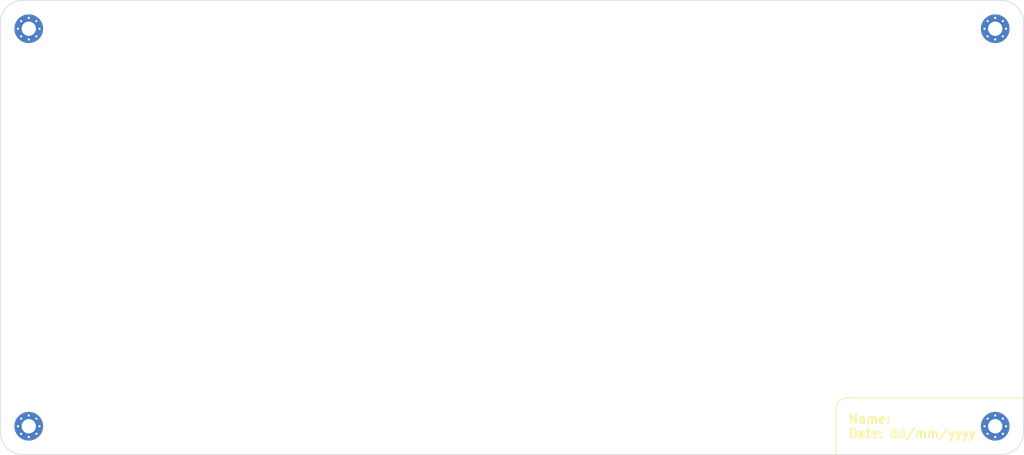
<source format=kicad_pcb>
(kicad_pcb (version 20211014) (generator pcbnew)
  (layers (0 "F.Cu" signal) (31 "B.Cu" signal) (34 "B.Paste" user) (35 "F.Paste" user) (36 "B.SilkS" user "B.Silkscreen") (37 "F.SilkS" user "F.Silkscreen") (38 "B.Mask" user) (39 "F.Mask" user) (44 "Edge.Cuts" user))
  (net 0 "")
  (footprint "MountingHole:MountingHole_3.2mm_M3_Pad_Via" (layer "F.Cu") (at 256.322102 27.722102)
    (fp_text reference "H2" hide)
    (fp_text value "Mount")
    (pad "1" thru_hole circle locked (at -2.4 0) (size 0.8 0.8) (drill 0.5) (layers F&B.Cu *.Mask))
    (pad "1" thru_hole circle locked (at 1.697056 -1.697056) (size 0.8 0.8) (drill 0.5) (layers F&B.Cu *.Mask))
    (pad "1" thru_hole circle locked (at 0 2.4) (size 0.8 0.8) (drill 0.5) (layers F&B.Cu *.Mask))
    (pad "1" thru_hole circle locked (at 0 0) (size 6.4 6.4) (drill 3.2) (layers F&B.Cu *.Mask))
    (pad "1" thru_hole circle locked (at 2.4 0) (size 0.8 0.8) (drill 0.5) (layers F&B.Cu *.Mask))
    (pad "1" thru_hole circle locked (at -1.697056 -1.697056) (size 0.8 0.8) (drill 0.5) (layers F&B.Cu *.Mask))
    (pad "1" thru_hole circle locked (at 0 -2.4) (size 0.8 0.8) (drill 0.5) (layers F&B.Cu *.Mask))
    (pad "1" thru_hole circle locked (at -1.697056 1.697056) (size 0.8 0.8) (drill 0.5) (layers F&B.Cu *.Mask))
    (pad "1" thru_hole circle locked (at 1.697056 1.697056) (size 0.8 0.8) (drill 0.5) (layers F&B.Cu *.Mask))
  )
  (footprint "MountingHole:MountingHole_3.2mm_M3_Pad_Via" (layer "F.Cu") (at 256.322102 116.622102)
    (fp_text reference "H4" hide)
    (fp_text value "Mount")
    (pad "1" thru_hole circle locked (at 0 -2.4) (size 0.8 0.8) (drill 0.5) (layers F&B.Cu *.Mask))
    (pad "1" thru_hole circle locked (at 0 2.4) (size 0.8 0.8) (drill 0.5) (layers F&B.Cu *.Mask))
    (pad "1" thru_hole circle locked (at -1.697056 -1.697056) (size 0.8 0.8) (drill 0.5) (layers F&B.Cu *.Mask))
    (pad "1" thru_hole circle locked (at -2.4 0) (size 0.8 0.8) (drill 0.5) (layers F&B.Cu *.Mask))
    (pad "1" thru_hole circle locked (at 1.697056 -1.697056) (size 0.8 0.8) (drill 0.5) (layers F&B.Cu *.Mask))
    (pad "1" thru_hole circle locked (at -1.697056 1.697056) (size 0.8 0.8) (drill 0.5) (layers F&B.Cu *.Mask))
    (pad "1" thru_hole circle locked (at 0 0) (size 6.4 6.4) (drill 3.2) (layers F&B.Cu *.Mask))
    (pad "1" thru_hole circle locked (at 1.697056 1.697056) (size 0.8 0.8) (drill 0.5) (layers F&B.Cu *.Mask))
    (pad "1" thru_hole circle locked (at 2.4 0) (size 0.8 0.8) (drill 0.5) (layers F&B.Cu *.Mask))
  )
  (footprint "MountingHole:MountingHole_3.2mm_M3_Pad_Via" (layer "F.Cu") (at 40.422102 116.622102)
    (fp_text reference "H3" hide)
    (fp_text value "Mount")
    (pad "1" thru_hole circle locked (at 0 0) (size 6.4 6.4) (drill 3.2) (layers F&B.Cu *.Mask))
    (pad "1" thru_hole circle locked (at 1.697056 1.697056) (size 0.8 0.8) (drill 0.5) (layers F&B.Cu *.Mask))
    (pad "1" thru_hole circle locked (at 2.4 0) (size 0.8 0.8) (drill 0.5) (layers F&B.Cu *.Mask))
    (pad "1" thru_hole circle locked (at -2.4 0) (size 0.8 0.8) (drill 0.5) (layers F&B.Cu *.Mask))
    (pad "1" thru_hole circle locked (at -1.697056 -1.697056) (size 0.8 0.8) (drill 0.5) (layers F&B.Cu *.Mask))
    (pad "1" thru_hole circle locked (at 0 -2.4) (size 0.8 0.8) (drill 0.5) (layers F&B.Cu *.Mask))
    (pad "1" thru_hole circle locked (at 0 2.4) (size 0.8 0.8) (drill 0.5) (layers F&B.Cu *.Mask))
    (pad "1" thru_hole circle locked (at -1.697056 1.697056) (size 0.8 0.8) (drill 0.5) (layers F&B.Cu *.Mask))
    (pad "1" thru_hole circle locked (at 1.697056 -1.697056) (size 0.8 0.8) (drill 0.5) (layers F&B.Cu *.Mask))
  )
  (footprint "MountingHole:MountingHole_3.2mm_M3_Pad_Via" (layer "F.Cu") (at 40.422102 27.722102)
    (fp_text reference "H1" hide)
    (fp_text value "Mount")
    (pad "1" thru_hole circle locked (at 0 2.4) (size 0.8 0.8) (drill 0.5) (layers F&B.Cu *.Mask))
    (pad "1" thru_hole circle locked (at 2.4 0) (size 0.8 0.8) (drill 0.5) (layers F&B.Cu *.Mask))
    (pad "1" thru_hole circle locked (at -2.4 0) (size 0.8 0.8) (drill 0.5) (layers F&B.Cu *.Mask))
    (pad "1" thru_hole circle locked (at -1.697056 1.697056) (size 0.8 0.8) (drill 0.5) (layers F&B.Cu *.Mask))
    (pad "1" thru_hole circle locked (at -1.697056 -1.697056) (size 0.8 0.8) (drill 0.5) (layers F&B.Cu *.Mask))
    (pad "1" thru_hole circle locked (at 1.697056 -1.697056) (size 0.8 0.8) (drill 0.5) (layers F&B.Cu *.Mask))
    (pad "1" thru_hole circle locked (at 0 -2.4) (size 0.8 0.8) (drill 0.5) (layers F&B.Cu *.Mask))
    (pad "1" thru_hole circle locked (at 1.697056 1.697056) (size 0.8 0.8) (drill 0.5) (layers F&B.Cu *.Mask))
    (pad "1" thru_hole circle locked (at 0 0) (size 6.4 6.4) (drill 3.2) (layers F&B.Cu *.Mask))
  )
  (gr_line (start 220.762102 122.972102) (end 220.762102 112.812102) (layer "F.SilkS") (width 0.2))
  (gr_line (start 223.302102 110.272102) (end 262.672102 110.272102) (layer "F.SilkS") (width 0.2))
  (gr_arc (start 220.762102 112.812102) (mid 221.50605 111.01605) (end 223.302102 110.272102) (layer "F.SilkS") (width 0.2))
  (gr_line (start 34.072102 26.452102) (end 34.072102 117.892102) (layer "Edge.Cuts") (width 0.15))
  (gr_line (start 262.672102 117.892102) (end 262.672102 26.452102) (layer "Edge.Cuts") (width 0.15))
  (gr_arc (start 34.072102 26.452102) (mid 35.56 22.86) (end 39.152102 21.372102) (layer "Edge.Cuts") (width 0.15))
  (gr_line (start 39.152102 122.972102) (end 257.592102 122.972102) (layer "Edge.Cuts") (width 0.15))
  (gr_line (start 257.592102 21.372102) (end 39.152102 21.372102) (layer "Edge.Cuts") (width 0.15))
  (gr_arc (start 257.592102 21.372102) (mid 261.184202 22.86) (end 262.672102 26.452102) (layer "Edge.Cuts") (width 0.15))
  (gr_arc (start 262.672102 117.892102) (mid 261.184204 121.484204) (end 257.592102 122.972102) (layer "Edge.Cuts") (width 0.15))
  (gr_arc (start 39.152102 122.972102) (mid 35.56 121.484204) (end 34.072102 117.892102) (layer "Edge.Cuts") (width 0.15))
  (gr_text "Name: \nDate: dd/mm/yyyy" (at 223.302102 116.622102) (layer "F.SilkS") (effects (font (size 2 2) (thickness 0.4)) (justify left)))
)
</source>
